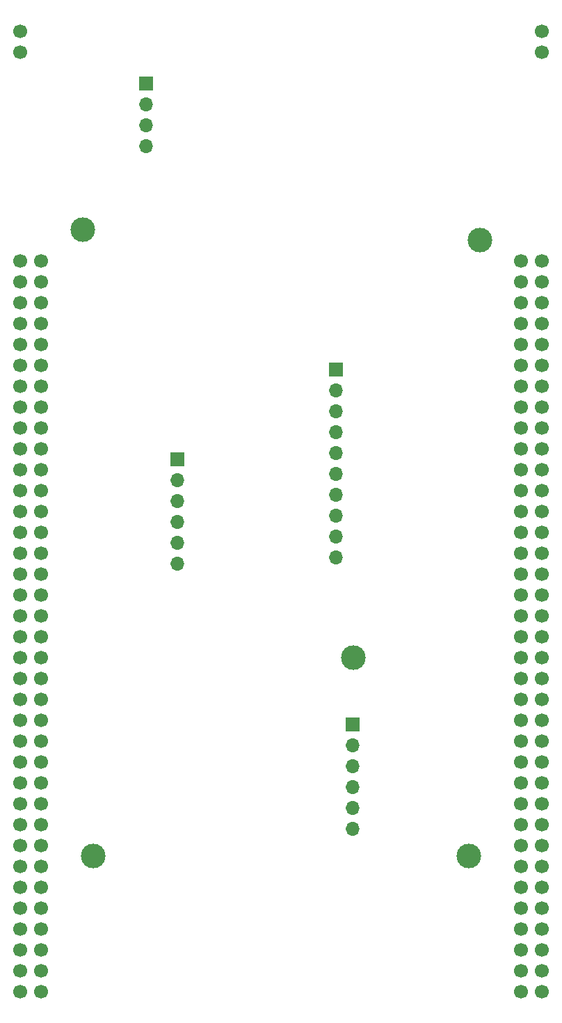
<source format=gbr>
%TF.GenerationSoftware,KiCad,Pcbnew,5.1.10-88a1d61d58~90~ubuntu20.04.1*%
%TF.CreationDate,2021-11-03T21:20:01-05:00*%
%TF.ProjectId,Backup,4261636b-7570-42e6-9b69-6361645f7063,rev?*%
%TF.SameCoordinates,Original*%
%TF.FileFunction,Soldermask,Bot*%
%TF.FilePolarity,Negative*%
%FSLAX46Y46*%
G04 Gerber Fmt 4.6, Leading zero omitted, Abs format (unit mm)*
G04 Created by KiCad (PCBNEW 5.1.10-88a1d61d58~90~ubuntu20.04.1) date 2021-11-03 21:20:01*
%MOMM*%
%LPD*%
G01*
G04 APERTURE LIST*
%ADD10C,3.000000*%
%ADD11C,1.700000*%
%ADD12R,1.700000X1.700000*%
%ADD13O,1.700000X1.700000*%
G04 APERTURE END LIST*
D10*
%TO.C,U1*%
X115191001Y-116863001D03*
X130541001Y-66063001D03*
X82261001Y-64753001D03*
X83531001Y-140953001D03*
X129241001Y-140963001D03*
D11*
X138141001Y-43163001D03*
X138141001Y-40623001D03*
X74641001Y-43163001D03*
X74641001Y-40623001D03*
X138141001Y-157463001D03*
X135601001Y-157463001D03*
X138141001Y-154923001D03*
X135601001Y-154923001D03*
X138141001Y-152383001D03*
X135601001Y-152383001D03*
X138141001Y-149843001D03*
X135601001Y-149843001D03*
X138141001Y-147303001D03*
X135601001Y-147303001D03*
X138141001Y-144763001D03*
X135601001Y-144763001D03*
X138141001Y-142223001D03*
X135601001Y-142223001D03*
X138141001Y-139683001D03*
X135601001Y-139683001D03*
X138141001Y-137143001D03*
X135601001Y-137143001D03*
X138141001Y-134603001D03*
X135601001Y-134603001D03*
X138141001Y-132063001D03*
X135601001Y-132063001D03*
X138141001Y-129523001D03*
X135601001Y-129523001D03*
X138141001Y-126983001D03*
X135601001Y-126983001D03*
X138141001Y-124443001D03*
X135601001Y-124443001D03*
X138141001Y-121903001D03*
X135601001Y-121903001D03*
X138141001Y-119363001D03*
X135601001Y-119363001D03*
X138141001Y-116823001D03*
X135601001Y-116823001D03*
X138141001Y-114283001D03*
X135601001Y-114283001D03*
X138141001Y-111743001D03*
X135601001Y-111743001D03*
X138141001Y-109203001D03*
X135601001Y-109203001D03*
X138141001Y-106663001D03*
X135601001Y-106663001D03*
X138141001Y-104123001D03*
X135601001Y-104123001D03*
X138141001Y-101583001D03*
X135601001Y-101583001D03*
X138141001Y-99043001D03*
X135601001Y-99043001D03*
X138141001Y-96503001D03*
X135601001Y-96503001D03*
X138141001Y-93963001D03*
X135601001Y-93963001D03*
X138141001Y-91423001D03*
X135601001Y-91423001D03*
X138141001Y-88883001D03*
X135601001Y-88883001D03*
X138141001Y-86343001D03*
X135601001Y-86343001D03*
X138141001Y-83803001D03*
X135601001Y-83803001D03*
X138141001Y-81263001D03*
X135601001Y-81263001D03*
X138141001Y-78723001D03*
X135601001Y-78723001D03*
X138141001Y-76183001D03*
X135601001Y-76183001D03*
X138141001Y-73643001D03*
X135601001Y-73643001D03*
X138141001Y-71103001D03*
X135601001Y-71103001D03*
X138141001Y-68563001D03*
X135601001Y-68563001D03*
X77181001Y-157463001D03*
X74641001Y-157463001D03*
X77181001Y-154923001D03*
X74641001Y-154923001D03*
X77181001Y-152383001D03*
X74641001Y-152383001D03*
X77181001Y-149843001D03*
X74641001Y-149843001D03*
X77181001Y-147303001D03*
X74641001Y-147303001D03*
X77181001Y-144763001D03*
X74641001Y-144763001D03*
X77181001Y-142223001D03*
X74641001Y-142223001D03*
X77181001Y-139683001D03*
X74641001Y-139683001D03*
X77181001Y-137143001D03*
X74641001Y-137143001D03*
X77181001Y-134603001D03*
X74641001Y-134603001D03*
X77181001Y-132063001D03*
X74641001Y-132063001D03*
X77181001Y-129523001D03*
X74641001Y-129523001D03*
X77181001Y-126983001D03*
X74641001Y-126983001D03*
X77181001Y-124443001D03*
X74641001Y-124443001D03*
X77181001Y-121903001D03*
X74641001Y-121903001D03*
X77181001Y-119363001D03*
X74641001Y-119363001D03*
X77181001Y-116823001D03*
X74641001Y-116823001D03*
X77181001Y-114283001D03*
X74641001Y-114283001D03*
X77181001Y-111743001D03*
X74641001Y-111743001D03*
X77181001Y-109203001D03*
X74641001Y-109203001D03*
X77181001Y-106663001D03*
X74641001Y-106663001D03*
X77181001Y-104123001D03*
X74641001Y-104123001D03*
X77181001Y-101583001D03*
X74641001Y-101583001D03*
X77181001Y-99043001D03*
X74641001Y-99043001D03*
X77181001Y-96503001D03*
X74641001Y-96503001D03*
X77181001Y-93963001D03*
X74641001Y-93963001D03*
X77181001Y-91423001D03*
X74641001Y-91423001D03*
X77181001Y-88883001D03*
X74641001Y-88883001D03*
X77181001Y-86343001D03*
X74641001Y-86343001D03*
X77181001Y-83803001D03*
X74641001Y-83803001D03*
X77181001Y-81263001D03*
X74641001Y-81263001D03*
X77181001Y-78723001D03*
X74641001Y-78723001D03*
X77181001Y-76183001D03*
X74641001Y-76183001D03*
X77181001Y-73643001D03*
X74641001Y-73643001D03*
X77181001Y-71103001D03*
X74641001Y-71103001D03*
X77181001Y-68563001D03*
X74641001Y-68563001D03*
%TD*%
D12*
%TO.C,IMU*%
X113030000Y-81788000D03*
D13*
X113030000Y-84328000D03*
X113030000Y-86868000D03*
X113030000Y-89408000D03*
X113030000Y-91948000D03*
X113030000Y-94488000D03*
X113030000Y-97028000D03*
X113030000Y-99568000D03*
X113030000Y-102108000D03*
X113030000Y-104648000D03*
%TD*%
D12*
%TO.C,GPS*%
X89916000Y-46990000D03*
D13*
X89916000Y-49530000D03*
X89916000Y-52070000D03*
X89916000Y-54610000D03*
%TD*%
D12*
%TO.C,BLUETOOTH*%
X93726000Y-92710000D03*
D13*
X93726000Y-95250000D03*
X93726000Y-97790000D03*
X93726000Y-100330000D03*
X93726000Y-102870000D03*
X93726000Y-105410000D03*
%TD*%
%TO.C,SD*%
X115062000Y-137668000D03*
X115062000Y-135128000D03*
X115062000Y-132588000D03*
X115062000Y-130048000D03*
X115062000Y-127508000D03*
D12*
X115062000Y-124968000D03*
%TD*%
M02*

</source>
